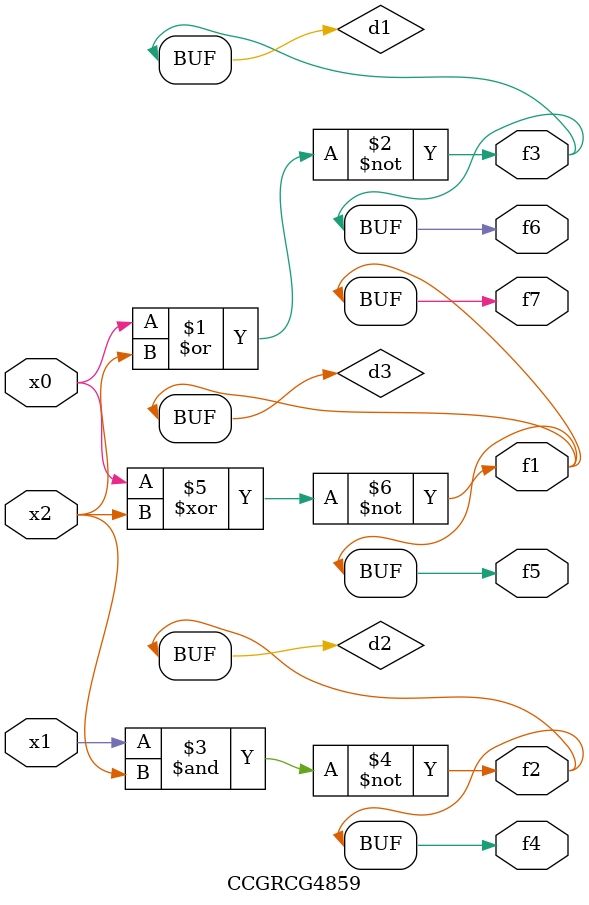
<source format=v>
module CCGRCG4859(
	input x0, x1, x2,
	output f1, f2, f3, f4, f5, f6, f7
);

	wire d1, d2, d3;

	nor (d1, x0, x2);
	nand (d2, x1, x2);
	xnor (d3, x0, x2);
	assign f1 = d3;
	assign f2 = d2;
	assign f3 = d1;
	assign f4 = d2;
	assign f5 = d3;
	assign f6 = d1;
	assign f7 = d3;
endmodule

</source>
